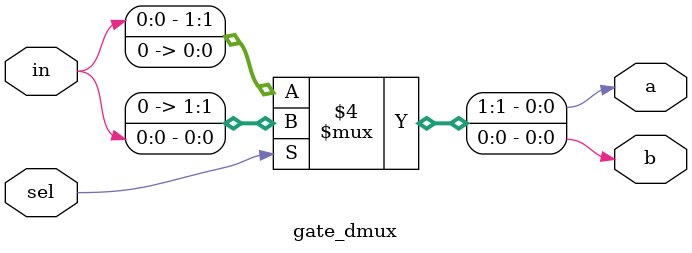
<source format=v>
module gate_dmux(input in, input sel, output reg a, output reg b);

    always @ (in or sel) begin
        if (sel == 0)
            {a, b} <= {in, 1'b0};
        else
            {a, b} <= {1'b0, in}; 
    end

endmodule


</source>
